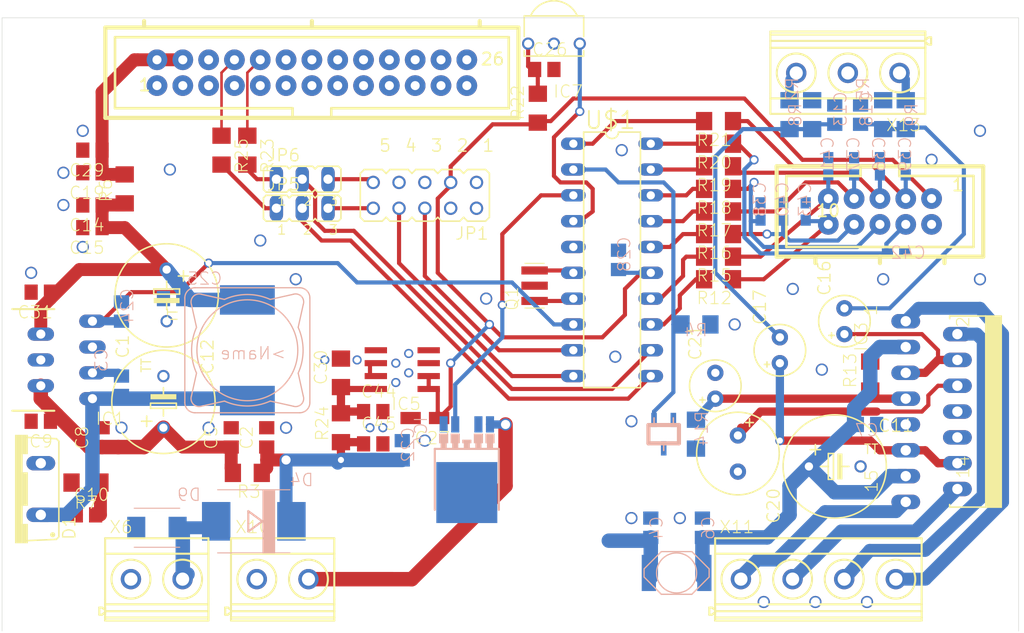
<source format=kicad_pcb>
(kicad_pcb (version 20221018) (generator pcbnew)
  (layers (0 "F.Cu" signal "Top") (31 "B.Cu" signal "Bottom") (34 "B.Paste" user) (35 "F.Paste" user) (36 "B.SilkS" user "B.Silkscreen") (37 "F.SilkS" user "F.Silkscreen") (38 "B.Mask" user) (39 "F.Mask" user) (44 "Edge.Cuts" user))
  (net 0 "")
  (net 1 "GND")
  (net 2 "+12V")
  (net 3 "+5V")
  (net 4 "+3V3")
  (net 5 "VCC")
  (net 6 "Net-(C24-Pad1)")
  (net 7 "Net-(C12-Pad+)")
  (net 8 "Net-(C3-Pad1)")
  (net 9 "Net-(C1-Pad+)")
  (net 10 "Net-(C10-Pad1)")
  (net 11 "Net-(C11-Pad+)")
  (net 12 "Net-(IC3-Pad1)")
  (net 13 "Net-(IC3-Pad2)")
  (net 14 "Net-(IC3-Pad15)")
  (net 15 "Net-(IC3-Pad14)")
  (net 16 "Net-(C16-Pad+)")
  (net 17 "Net-(C20-Pad+)")
  (net 18 "Net-(C21-Pad+)")
  (net 19 "Net-(C17-Pad+)")
  (net 20 "Net-(IC3-Pad10)")
  (net 21 "Net-(D4-PadA)")
  (net 22 "Net-(C13-Pad1)")
  (net 23 "Net-(C16-Pad-)")
  (net 24 "Net-(R8-Pad2)")
  (net 25 "Net-(R9-Pad2)")
  (net 26 "Net-(R4-Pad1)")
  (net 27 "Net-(R14-Pad1)")
  (net 28 "Net-(IC4-Pad5)")
  (net 29 "Net-(IC4-Pad4)")
  (net 30 "Net-(IC4-Pad2)")
  (net 31 "Net-(IC5-Pad5)")
  (net 32 "Net-(IC5-Pad6)")
  (net 33 "Net-(IC5-Pad3)")
  (net 34 "Net-(Q1-Pad3)")
  (net 35 "Net-(Q1-Pad1)")
  (net 36 "Net-(C26-Pad1)")
  (net 37 "Net-(C43-Pad1)")
  (net 38 "Net-(R12-Pad2)")
  (net 39 "Net-(C41-Pad1)")
  (net 40 "Net-(R15-Pad2)")
  (net 41 "Net-(C40-Pad1)")
  (net 42 "Net-(R16-Pad2)")
  (net 43 "Net-(C37-Pad1)")
  (net 44 "Net-(R17-Pad2)")
  (net 45 "Net-(C38-Pad1)")
  (net 46 "Net-(R18-Pad2)")
  (net 47 "Net-(C36-Pad1)")
  (net 48 "Net-(R19-Pad2)")
  (net 49 "Net-(C42-Pad1)")
  (net 50 "Net-(R20-Pad2)")
  (net 51 "Net-(C39-Pad1)")
  (net 52 "Net-(R21-Pad2)")
  (net 53 "Net-(IC7-Pad1)")
  (net 54 "Net-(X1-Pad26)")
  (net 55 "Net-(X1-Pad24)")
  (net 56 "Net-(X1-Pad23)")
  (net 57 "Net-(X1-Pad22)")
  (net 58 "Net-(X1-Pad21)")
  (net 59 "Net-(X1-Pad19)")
  (net 60 "Net-(X1-Pad18)")
  (net 61 "Net-(X1-Pad17)")
  (net 62 "Net-(X1-Pad16)")
  (net 63 "Net-(X1-Pad12)")
  (net 64 "Net-(R23-Pad1)")
  (net 65 "Net-(R25-Pad1)")
  (net 66 "Net-(X1-Pad15)")
  (net 67 "Net-(X1-Pad13)")
  (net 68 "Net-(X1-Pad11)")
  (net 69 "Net-(X1-Pad7)")
  (net 70 "Net-(X1-Pad5)")
  (net 71 "Net-(X1-Pad3)")
  (net 72 "Net-(X1-Pad1)")
  (net 73 "Net-(JP1-Pad10)")
  (net 74 "Net-(JP1-Pad9)")
  (net 75 "Net-(JP1-Pad8)")
  (net 76 "Net-(JP1-Pad7)")
  (net 77 "Net-(JP1-Pad6)")
  (net 78 "Net-(JP1-Pad5)")
  (net 79 "Net-(JP1-Pad4)")
  (net 80 "Net-(JP6-Pad1)")
  (net 81 "Net-(JP5-Pad1)")
  (net 82 "Net-(JP5-Pad2)")
  (net 83 "Net-(JP6-Pad2)")
  (net 84 "Net-(C10-Pad2)")
  (footprint "Internet-Radio mit 89LPC922 DIP:TO220-7" (layer "F.Cu") (at 102.3111 108.4961 90)
    (fp_text reference "IC1")
    (fp_text value "LM2676T")
  )
  (footprint "Internet-Radio mit 89LPC922 DIP:TO220ACS" (layer "F.Cu") (at 99.7711 121.1961 90)
    (fp_text reference "D1")
    (fp_text value "MBR760")
  )
  (footprint "Internet-Radio mit 89LPC922 DIP:TT5D10" (layer "F.Cu") (at 114.3761 112.6236 90)
    (fp_text reference "C1")
    (fp_text value "820µF / 25V Pan FR")
  )
  (footprint "Internet-Radio mit 89LPC922 DIP:C0805" (layer "F.Cu") (at 121.0436 116.1161 90)
    (fp_text reference "C5")
    (fp_text value "1n")
  )
  (footprint "Internet-Radio mit 89LPC922 DIP:TT5D10" (layer "F.Cu") (at 180.4161 118.9736)
    (fp_text reference "C11")
    (fp_text value "820µF / 25V Pan FR")
  )
  (footprint "Internet-Radio mit 89LPC922 DIP:TT5D10" (layer "F.Cu") (at 114.6936 102.1461 -90)
    (fp_text reference "C12")
    (fp_text value "820µF / 25V Pan FR")
  )
  (footprint "Internet-Radio mit 89LPC922 DIP:C0805" (layer "F.Cu") (at 124.5361 116.1161 90)
    (fp_text reference "C2")
    (fp_text value "1n")
  )
  (footprint "Internet-Radio mit 89LPC922 DIP:C0805" (layer "F.Cu") (at 108.3436 116.1161 90)
    (fp_text reference "C8")
    (fp_text value "1µF / 25V")
  )
  (footprint "Internet-Radio mit 89LPC922 DIP:MULTIWATT-15V" (layer "F.Cu") (at 195.0211 113.5761 -90)
    (fp_text reference "IC3")
    (fp_text value "TDA7374BV")
  )
  (footprint "Internet-Radio mit 89LPC922 DIP:MKDSN1,5_2-5,08" (layer "F.Cu") (at 113.7411 130.0861)
    (fp_text reference "X6")
    (fp_text value "MKDSN1,5_2-5,08")
  )
  (footprint "Internet-Radio mit 89LPC922 DIP:R1206" (layer "F.Cu") (at 122.6311 119.6086 180)
    (fp_text reference "R3")
    (fp_text value "BLM31PG 121")
  )
  (footprint "Internet-Radio mit 89LPC922 DIP:E2,5-5" (layer "F.Cu") (at 181.3686 104.6861 90)
    (fp_text reference "C16")
    (fp_text value "47µF / 25V Pan FC")
  )
  (footprint "Internet-Radio mit 89LPC922 DIP:E2,5-5" (layer "F.Cu") (at 175.0186 107.5436 90)
    (fp_text reference "C17")
    (fp_text value "47µF / 25V Pan FC")
  )
  (footprint "Internet-Radio mit 89LPC922 DIP:E3,5-8" (layer "F.Cu") (at 170.8911 117.7036 -90)
    (fp_text reference "C20")
    (fp_text value "150µ / 25V Pan FC")
  )
  (footprint "Internet-Radio mit 89LPC922 DIP:E2,5-5" (layer "F.Cu") (at 168.6686 111.0361 90)
    (fp_text reference "C21")
    (fp_text value "10µ")
  )
  (footprint "Internet-Radio mit 89LPC922 DIP:R1206" (layer "F.Cu") (at 183.9086 110.0836 90)
    (fp_text reference "R13")
    (fp_text value "100k")
  )
  (footprint "Internet-Radio mit 89LPC922 DIP:MKDSN1,5_2-5,08" (layer "F.Cu") (at 126.1236 130.0861)
    (fp_text reference "X10")
    (fp_text value "MKDSN1,5_2-5,08")
  )
  (footprint "Internet-Radio mit 89LPC922 DIP:MKDSN1,5_4-5,08" (layer "F.Cu") (at 178.8286 130.0861)
    (fp_text reference "X11")
    (fp_text value "MKDSN1,5_4-5,08")
  )
  (footprint "Internet-Radio mit 89LPC922 DIP:MKDSN1,5_3-5,08" (layer "F.Cu") (at 179.1461 80.2386 180)
    (fp_text reference "X13")
    (fp_text value "MKDSN1,5_3-5,08")
  )
  (footprint "Internet-Radio mit 89LPC922 DIP:SO-08" (layer "F.Cu") (at 137.8711 109.4486 90)
    (fp_text reference "IC5")
    (fp_text value "LP2951?CM")
  )
  (footprint "Internet-Radio mit 89LPC922 DIP:CSTCR6M" (layer "F.Cu") (at 150.8886 101.1936 90)
    (fp_text reference "Q1")
    (fp_text value "CSTCR")
  )
  (footprint "Internet-Radio mit 89LPC922 DIP:C0805" (layer "F.Cu") (at 151.8411 79.9211)
    (fp_text reference "C26")
    (fp_text value "1µ")
  )
  (footprint "Internet-Radio mit 89LPC922 DIP:CT3216" (layer "F.Cu") (at 140.0936 114.2111 180)
    (fp_text reference "C27")
    (fp_text value "1u / 16V tan")
  )
  (footprint "Internet-Radio mit 89LPC922 DIP:R1206" (layer "F.Cu") (at 168.9861 100.5586 180)
    (fp_text reference "R12")
    (fp_text value "1k")
  )
  (footprint "Internet-Radio mit 89LPC922 DIP:R1206" (layer "F.Cu") (at 168.9861 98.3361 180)
    (fp_text reference "R15")
    (fp_text value "1k")
  )
  (footprint "Internet-Radio mit 89LPC922 DIP:R1206" (layer "F.Cu") (at 168.9861 96.1136 180)
    (fp_text reference "R16")
    (fp_text value "1k")
  )
  (footprint "Internet-Radio mit 89LPC922 DIP:R1206" (layer "F.Cu") (at 168.9861 93.8911 180)
    (fp_text reference "R17")
    (fp_text value "1k")
  )
  (footprint "Internet-Radio mit 89LPC922 DIP:R1206" (layer "F.Cu") (at 168.9861 91.6686 180)
    (fp_text reference "R18")
    (fp_text value "1k")
  )
  (footprint "Internet-Radio mit 89LPC922 DIP:R1206" (layer "F.Cu") (at 168.9861 89.4461 180)
    (fp_text reference "R19")
    (fp_text value "1k")
  )
  (footprint "Internet-Radio mit 89LPC922 DIP:R1206" (layer "F.Cu") (at 168.9861 87.2236 180)
    (fp_text reference "R20")
    (fp_text value "1k")
  )
  (footprint "Internet-Radio mit 89LPC922 DIP:R1206" (layer "F.Cu") (at 168.9861 85.0011 180)
    (fp_text reference "R21")
    (fp_text value "1k")
  )
  (footprint "Internet-Radio mit 89LPC922 DIP:TSOP348" (layer "F.Cu") (at 152.7936 77.3811 180)
    (fp_text reference "IC7")
    (fp_text value "TSOP348")
  )
  (footprint "Internet-Radio mit 89LPC922 DIP:C1206" (layer "F.Cu") (at 131.8386 109.7661 90)
    (fp_text reference "C30")
    (fp_text value "10u / 25V X5R")
  )
  (footprint "Internet-Radio mit 89LPC922 DIP:C0805" (layer "F.Cu") (at 135.0136 113.5761)
    (fp_text reference "C44")
    (fp_text value "1n")
  )
  (footprint "Internet-Radio mit 89LPC922 DIP:C0805" (layer "F.Cu") (at 135.0136 116.7511)
    (fp_text reference "C45")
    (fp_text value "1n")
  )
  (footprint "Internet-Radio mit 89LPC922 DIP:X26N-IDC" (layer "F.Cu") (at 128.9811 80.2386)
    (fp_text reference "X1")
    (fp_text value "Ras Pi")
  )
  (footprint "Internet-Radio mit 89LPC922 DIP:R1206" (layer "F.Cu") (at 131.8386 115.1636 90)
    (fp_text reference "R24")
    (fp_text value "BLM31PG 601")
  )
  (footprint "Internet-Radio mit 89LPC922 DIP:JP5Q" (layer "F.Cu") (at 140.0936 92.3036 180)
    (fp_text reference "JP1")
    (fp_text value "Prog & Exp")
  )
  (footprint "Internet-Radio mit 89LPC922 DIP:R1206" (layer "F.Cu") (at 151.2061 83.7311 90)
    (fp_text reference "R22")
    (fp_text value "330")
  )
  (footprint "Internet-Radio mit 89LPC922 DIP:X10N-IDC" (layer "F.Cu") (at 184.8611 93.8911 180)
    (fp_text reference "X5")
    (fp_text value "Keys")
  )
  (footprint "Internet-Radio mit 89LPC922 DIP:R1206" (layer "F.Cu") (at 122.6311 87.8586 -90)
    (fp_text reference "R23")
    (fp_text value "1k")
  )
  (footprint "Internet-Radio mit 89LPC922 DIP:R1206" (layer "F.Cu") (at 120.0911 87.8586 -90)
    (fp_text reference "R25")
    (fp_text value "1k")
  )
  (footprint "Internet-Radio mit 89LPC922 DIP:JP2" (layer "F.Cu") (at 128.0286 93.5736)
    (fp_text reference "JP5")
    (fp_text value "Pi / Prog")
  )
  (footprint "Internet-Radio mit 89LPC922 DIP:JP2" (layer "F.Cu") (at 128.0286 90.7161)
    (fp_text reference "JP6")
    (fp_text value "Pi / Prog")
  )
  (footprint "Internet-Radio mit 89LPC922 DIP:R1206" (layer "F.Cu") (at 110.5661 91.6686 90)
    (fp_text reference "R6")
    (fp_text value "BLM31PG 121")
  )
  (footprint "Internet-Radio mit 89LPC922 DIP:C0805" (layer "F.Cu") (at 106.7561 123.7361)
    (fp_text reference "C10")
    (fp_text value "470p")
  )
  (footprint "Internet-Radio mit 89LPC922 DIP:R1206" (layer "F.Cu") (at 106.7561 120.5611 180)
    (fp_text reference "R7")
    (fp_text value "4,7")
  )
  (footprint "Internet-Radio mit 89LPC922 DIP:C0805" (layer "F.Cu") (at 107.3911 93.2561 180)
    (fp_text reference "C14")
    (fp_text value "22n")
  )
  (footprint "Internet-Radio mit 89LPC922 DIP:C0805" (layer "F.Cu") (at 107.3911 95.4786 180)
    (fp_text reference "C15")
    (fp_text value "470p")
  )
  (footprint "Internet-Radio mit 89LPC922 DIP:C0805" (layer "F.Cu") (at 107.3911 90.0811 180)
    (fp_text reference "C19")
    (fp_text value "470p")
  )
  (footprint "Internet-Radio mit 89LPC922 DIP:C0805" (layer "F.Cu") (at 107.3911 87.8586 180)
    (fp_text reference "C29")
    (fp_text value "22n")
  )
  (footprint "Internet-Radio mit 89LPC922 DIP:C0805" (layer "F.Cu") (at 102.3111 114.5286 180)
    (fp_text reference "C9")
    (fp_text value "22n")
  )
  (footprint "Internet-Radio mit 89LPC922 DIP:C0805" (layer "F.Cu") (at 102.3111 101.8286 180)
    (fp_text reference "C31")
    (fp_text value "22n")
  )
  (footprint "Internet-Radio mit 89LPC922 DIP:DIL20" (layer "F.Cu") (at 158.5086 98.6536 -90)
    (fp_text reference "U$1")
    (fp_text value "P89LPC922")
  )
  (footprint "" (layer "F.Cu") (at 103.2636 79.6036)
    (fp_text reference "@HOLE1" hide)
    (fp_text value "")
  )
  (footprint "" (layer "F.Cu") (at 193.7511 130.4036)
    (fp_text reference "@HOLE3" hide)
    (fp_text value "")
  )
  (footprint "" (layer "F.Cu") (at 103.2636 130.4036)
    (fp_text reference "@HOLE0" hide)
    (fp_text value "")
  )
  (footprint "" (layer "F.Cu") (at 195.6561 79.6036)
    (fp_text reference "@HOLE2" hide)
    (fp_text value "")
  )
  (footprint "Internet-Radio mit 89LPC922 DIP:PIS4728" (layer "B.Cu") (at 122.6311 107.5436)
    (fp_text reference "L1" hide)
    (fp_text value "33µ / 3A" hide)
  )
  (footprint "Internet-Radio mit 89LPC922 DIP:C0805" (layer "B.Cu") (at 110.2486 111.0361 -90)
    (fp_text reference "C3")
    (fp_text value "10n")
  )
  (footprint "Internet-Radio mit 89LPC922 DIP:C0805" (layer "B.Cu") (at 162.3186 125.0061 90)
    (fp_text reference "C4")
    (fp_text value "2,2µF / 25V")
  )
  (footprint "Internet-Radio mit 89LPC922 DIP:C0805" (layer "B.Cu") (at 167.3986 125.0061 90)
    (fp_text reference "C6")
    (fp_text value "2,2µF / 25V")
  )
  (footprint "Internet-Radio mit 89LPC922 DIP:C0805" (layer "B.Cu") (at 183.5911 114.8461)
    (fp_text reference "C7")
    (fp_text value "1µF / 25V")
  )
  (footprint "Internet-Radio mit 89LPC922 DIP:SMBJ" (layer "B.Cu") (at 113.7411 125.0061 180)
    (fp_text reference "D9")
    (fp_text value "18V")
  )
  (footprint "Internet-Radio mit 89LPC922 DIP:SMC" (layer "B.Cu") (at 123.2661 124.3711 180)
    (fp_text reference "D4")
    (fp_text value "MBRS360T3")
  )
  (footprint "Internet-Radio mit 89LPC922 DIP:PISG" (layer "B.Cu") (at 164.8586 129.4511)
    (fp_text reference "L2" hide)
    (fp_text value "L-EUPISG 2,2µH" hide)
  )
  (footprint "Internet-Radio mit 89LPC922 DIP:R1206" (layer "B.Cu") (at 178.1936 84.3661 -90)
    (fp_text reference "R2")
    (fp_text value "1,8k")
  )
  (footprint "Internet-Radio mit 89LPC922 DIP:R1206" (layer "B.Cu") (at 185.1786 84.3661 -90)
    (fp_text reference "R5")
    (fp_text value "1,8k")
  )
  (footprint "Internet-Radio mit 89LPC922 DIP:R1206" (layer "B.Cu") (at 175.9711 84.3661 90)
    (fp_text reference "R8")
    (fp_text value "4,7k")
  )
  (footprint "Internet-Radio mit 89LPC922 DIP:R1206" (layer "B.Cu") (at 187.4011 84.3661 90)
    (fp_text reference "R9")
    (fp_text value "4,7k")
  )
  (footprint "Internet-Radio mit 89LPC922 DIP:C0805" (layer "B.Cu") (at 180.4161 84.3661 90)
    (fp_text reference "C13")
    (fp_text value "1n")
  )
  (footprint "Internet-Radio mit 89LPC922 DIP:C0805" (layer "B.Cu") (at 182.9561 84.3661 90)
    (fp_text reference "C18")
    (fp_text value "1n")
  )
  (footprint "Internet-Radio mit 89LPC922 DIP:SOT23" (layer "B.Cu") (at 163.5886 115.7986 180)
    (fp_text reference "T1")
    (fp_text value "BSS138")
  )
  (footprint "Internet-Radio mit 89LPC922 DIP:R1206" (layer "B.Cu") (at 166.7636 105.0036)
    (fp_text reference "R4")
    (fp_text value "47k")
  )
  (footprint "Internet-Radio mit 89LPC922 DIP:R1206" (layer "B.Cu") (at 166.7636 115.7986 90)
    (fp_text reference "R14")
    (fp_text value "1k")
  )
  (footprint "Internet-Radio mit 89LPC922 DIP:TO252-5-11" (layer "B.Cu") (at 144.2211 120.2436)
    (fp_text reference "IC4")
    (fp_text value "BTS462")
  )
  (footprint "Internet-Radio mit 89LPC922 DIP:C0805" (layer "B.Cu") (at 137.8711 117.3861 90)
    (fp_text reference "C22")
    (fp_text value "1µF / 25V")
  )
  (footprint "Internet-Radio mit 89LPC922 DIP:C0805" (layer "B.Cu") (at 110.2486 103.7336 90)
    (fp_text reference "C24")
    (fp_text value "1n")
  )
  (footprint "Internet-Radio mit 89LPC922 DIP:C0805" (layer "B.Cu") (at 159.1436 98.6536 90)
    (fp_text reference "C28")
    (fp_text value "1µF")
  )
  (footprint "Internet-Radio mit 89LPC922 DIP:C0603" (layer "B.Cu") (at 184.8611 89.4461 90)
    (fp_text reference "C36")
    (fp_text value "1n")
  )
  (footprint "Internet-Radio mit 89LPC922 DIP:C0603" (layer "B.Cu") (at 182.3211 89.4461 90)
    (fp_text reference "C37")
    (fp_text value "1n")
  )
  (footprint "Internet-Radio mit 89LPC922 DIP:C0603" (layer "B.Cu") (at 173.1136 93.8911 90)
    (fp_text reference "C38")
    (fp_text value "1n")
  )
  (footprint "Internet-Radio mit 89LPC922 DIP:C0603" (layer "B.Cu") (at 187.4011 89.4461 90)
    (fp_text reference "C39")
    (fp_text value "1n")
  )
  (footprint "Internet-Radio mit 89LPC922 DIP:C0603" (layer "B.Cu") (at 175.3361 93.8911 90)
    (fp_text reference "C40")
    (fp_text value "1n")
  )
  (footprint "Internet-Radio mit 89LPC922 DIP:C0603" (layer "B.Cu") (at 179.7811 89.4461 90)
    (fp_text reference "C41")
    (fp_text value "1n")
  )
  (footprint "Internet-Radio mit 89LPC922 DIP:C0603" (layer "B.Cu") (at 186.4486 98.0186)
    (fp_text reference "C42")
    (fp_text value "1n")
  )
  (footprint "Internet-Radio mit 89LPC922 DIP:C0603" (layer "B.Cu") (at 177.5586 93.8911 90)
    (fp_text reference "C43")
    (fp_text value "1n")
  )
  (footprint "Internet-Radio mit 89LPC922 DIP:C0805" (layer "B.Cu") (at 115.3286 102.4636 180)
    (fp_text reference "C25")
    (fp_text value "1µF / 25V")
  )
  (gr_line (start 198.5011 74.8411) (end 98.5011 74.8411) (stroke (width 0.05)) (layer "Edge.Cuts"))
  (gr_line (start 98.5011 74.8411) (end 98.5011 135.1661) (stroke (width 0.05)) (layer "Edge.Cuts"))
  (gr_line (start 198.5011 135.1661) (end 198.5011 74.8411) (stroke (width 0.05)) (layer "Edge.Cuts"))
  (via (at 146.1261 102.4636) (size 1.2) (drill 0.9) (layers "F.Cu" "B.Cu") (net 1))
  (via (at 165.1761 124.0536) (size 1.2) (drill 0.9) (layers "F.Cu" "B.Cu") (net 1))
  (via (at 178.5111 132.3086) (size 1.2) (drill 0.9) (layers "F.Cu" "B.Cu") (net 1))
  (via (at 160.4136 124.0536) (size 1.2) (drill 0.9) (layers "F.Cu" "B.Cu") (net 1))
  (via (at 173.4311 132.3086) (size 1.2) (drill 0.9) (layers "F.Cu" "B.Cu") (net 1))
  (via (at 194.7036 100.5586) (size 1.2) (drill 0.9) (layers "F.Cu" "B.Cu") (net 1))
  (via (at 194.7036 85.9536) (size 1.2) (drill 0.9) (layers "F.Cu" "B.Cu") (net 1))
  (via (at 160.4136 114.5286) (size 1.2) (drill 0.9) (layers "F.Cu" "B.Cu") (net 1))
  (via (at 115.0111 89.7636) (size 1.2) (drill 0.9) (layers "F.Cu" "B.Cu") (net 1))
  (via (at 138.5061 107.8611) (size 0.9) (drill 0.6) (layers "F.Cu" "B.Cu") (net 1))
  (via (at 126.4411 115.1636) (size 1.2) (drill 0.9) (layers "F.Cu" "B.Cu") (net 1))
  (via (at 137.2361 110.7186) (size 0.9) (drill 0.6) (layers "F.Cu" "B.Cu") (net 1))
  (via (at 138.5061 109.7661) (size 0.9) (drill 0.6) (layers "F.Cu" "B.Cu") (net 1))
  (via (at 118.8211 115.1636) (size 1.2) (drill 0.9) (layers "F.Cu" "B.Cu") (net 1))
  (via (at 134.6961 115.1636) (size 0.9) (drill 0.6) (layers "F.Cu" "B.Cu") (net 1))
  (via (at 135.9661 115.1636) (size 0.9) (drill 0.6) (layers "F.Cu" "B.Cu") (net 1))
  (via (at 176.2886 101.5111) (size 1.2) (drill 0.9) (layers "F.Cu" "B.Cu") (net 1))
  (via (at 127.3936 100.5586) (size 1.2) (drill 0.9) (layers "F.Cu" "B.Cu") (net 1))
  (via (at 170.5736 105.0036) (size 1.2) (drill 0.9) (layers "F.Cu" "B.Cu") (net 1))
  (via (at 140.0936 116.4336) (size 1.2) (drill 0.9) (layers "F.Cu" "B.Cu") (net 1))
  (via (at 130.2511 108.4961) (size 0.9) (drill 0.6) (layers "F.Cu" "B.Cu") (net 1))
  (via (at 133.4261 108.4961) (size 0.9) (drill 0.6) (layers "F.Cu" "B.Cu") (net 1))
  (via (at 185.1786 100.5586) (size 1.2) (drill 0.9) (layers "F.Cu" "B.Cu") (net 1))
  (via (at 189.9411 88.8111) (size 1.2) (drill 0.9) (layers "F.Cu" "B.Cu") (net 1))
  (via (at 137.2361 108.8136) (size 0.9) (drill 0.6) (layers "F.Cu" "B.Cu") (net 1))
  (via (at 179.1461 109.4486) (size 1.2) (drill 0.9) (layers "F.Cu" "B.Cu") (net 1))
  (via (at 183.5911 132.3086) (size 1.2) (drill 0.9) (layers "F.Cu" "B.Cu") (net 1))
  (via (at 123.9011 96.7486) (size 1.2) (drill 0.9) (layers "F.Cu" "B.Cu") (net 1))
  (via (at 106.4386 97.3836) (size 1.2) (drill 0.9) (layers "F.Cu" "B.Cu") (net 1))
  (via (at 104.5336 93.2561) (size 1.2) (drill 0.9) (layers "F.Cu" "B.Cu") (net 1))
  (via (at 104.5336 90.0811) (size 1.2) (drill 0.9) (layers "F.Cu" "B.Cu") (net 1))
  (via (at 101.3586 99.9236) (size 1.2) (drill 0.9) (layers "F.Cu" "B.Cu") (net 1))
  (via (at 158.8261 108.1786) (size 1.2) (drill 0.9) (layers "F.Cu" "B.Cu") (net 1))
  (via (at 159.4611 87.8586) (size 1.2) (drill 0.9) (layers "F.Cu" "B.Cu") (net 1))
  (via (at 106.4386 85.9536) (size 1.2) (drill 0.9) (layers "F.Cu" "B.Cu") (net 1))
  (via (at 110.2486 115.1636) (size 1.2) (drill 0.9) (layers "F.Cu" "B.Cu") (net 1))
  (segment (start 131.8386 116.5856) (end 131.8386 118.3386) (width 0.8128) (layer "F.Cu") (net 2))
  (segment (start 134.0636 116.7511) (end 133.8981 116.5856) (width 0.8128) (layer "F.Cu") (net 2))
  (segment (start 124.0531 119.6086) (end 124.5361 119.1256) (width 1.27) (layer "F.Cu") (net 2))
  (segment (start 126.4411 118.3386) (end 124.5361 118.3386) (width 1.27) (layer "F.Cu") (net 2))
  (segment (start 124.5361 119.1256) (end 124.5361 118.3386) (width 1.27) (layer "F.Cu") (net 2))
  (segment (start 124.5361 118.3386) (end 124.5361 117.0661) (width 1.27) (layer "F.Cu") (net 2))
  (segment (start 133.8981 116.5856) (end 131.8386 116.5856) (width 0.8128) (layer "F.Cu") (net 2))
  (segment (start 131.8386 118.3386) (end 131.8411 118.3361) (width 0.8128) (layer "F.Cu") (net 2))
  (via (at 126.4411 118.3386) (size 1.2) (drill 0.9) (layers "F.Cu" "B.Cu") (net 2))
  (via (at 131.8386 118.3386) (size 0.9) (drill 0.6) (layers "F.Cu" "B.Cu") (net 2))
  (segment (start 162.3186 129.8961) (end 162.3186 125.9561) (width 1.4224) (layer "B.Cu") (net 2))
  (segment (start 131.2036 118.3386) (end 126.4411 118.3386) (width 1.27) (layer "B.Cu") (net 2))
  (segment (start 162.1286 129.4511) (end 162.3186 129.8961) (width 0.8128) (layer "B.Cu") (net 2))
  (segment (start 131.5211 118.6561) (end 131.2036 118.3386) (width 1.27) (layer "B.Cu") (net 2))
  (segment (start 162.3186 125.9561) (end 161.9986 126.2761) (width 0.8128) (layer "B.Cu") (net 2))
  (segment (start 131.8386 118.3386) (end 131.5211 118.6561) (width 0.8128) (layer "B.Cu") (net 2))
  (segment (start 131.8411 118.3361) (end 131.8386 118.3386) (width 0.8128) (layer "B.Cu") (net 2))
  (segment (start 137.8711 118.3361) (end 131.8411 118.3361) (width 1.4224) (layer "B.Cu") (net 2))
  (segment (start 126.4411 123.8461) (end 126.4411 118.3386) (width 1.27) (layer "B.Cu") (net 2))
  (segment (start 126.9661 124.3711) (end 126.4411 123.8461) (width 1.27) (layer "B.Cu") (net 2))
  (segment (start 161.9986 126.2761) (end 158.1911 126.2761) (width 1.4224) (layer "B.Cu") (net 2))
  (segment (start 111.5186 78.9686) (end 111.8361 78.9686) (width 1.27) (layer "F.Cu") (net 3))
  (segment (start 113.7411 78.9686) (end 111.8361 78.9686) (width 1.27) (layer "F.Cu") (net 3))
  (segment (start 116.2811 78.9686) (end 113.7411 78.9686) (width 1.27) (layer "F.Cu") (net 3))
  (segment (start 108.3411 82.1461) (end 111.5186 78.9686) (width 1.27) (layer "F.Cu") (net 3))
  (segment (start 108.3411 87.8586) (end 108.3411 82.1461) (width 1.27) (layer "F.Cu") (net 3))
  (segment (start 108.5066 90.2466) (end 108.3411 90.0811) (width 1.27) (layer "F.Cu") (net 3))
  (segment (start 108.3411 90.0811) (end 108.3411 87.8586) (width 1.27) (layer "F.Cu") (net 3))
  (segment (start 110.5661 90.2466) (end 108.5066 90.2466) (width 1.27) (layer "F.Cu") (net 3))
  (segment (start 189.9411 92.6211) (end 186.1311 88.8111) (width 0.4064) (layer "F.Cu") (net 4))
  (segment (start 140.4711 111.3536) (end 141.3636 111.3536) (width 0.4064) (layer "F.Cu") (net 4))
  (segment (start 140.4711 110.0836) (end 140.4711 111.3536) (width 0.4064) (layer "F.Cu") (net 4))
  (segment (start 141.3636 111.3536) (end 141.3636 113.5761) (width 0.4064) (layer "F.Cu") (net 4))
  (segment (start 141.3636 113.5761) (end 141.4936 114.2111) (width 0.4064) (layer "F.Cu") (net 4))
  (segment (start 141.4936 114.2111) (end 141.6811 114.2111) (width 0.4064) (layer "F.Cu") (net 4))
  (segment (start 186.1311 88.8111) (end 177.2411 88.8111) (width 0.4064) (layer "F.Cu") (net 4))
  (segment (start 177.2411 88.8111) (end 171.5261 82.7786) (width 0.4064) (layer "F.Cu") (net 4))
  (segment (start 159.7786 101.5111) (end 161.3661 99.9236) (width 0.4064) (layer "F.Cu") (net 4))
  (segment (start 151.3581 85.0011) (end 151.2061 85.1531) (width 0.4064) (layer "F.Cu") (net 4))
  (segment (start 142.6336 91.0336) (end 142.6336 89.4461) (width 0.4064) (layer "F.Cu") (net 4))
  (segment (start 142.6336 91.0336) (end 142.6336 91.3511) (width 0.4064) (layer "F.Cu") (net 4))
  (segment (start 151.0406 85.3186) (end 151.2061 85.1531) (width 0.4064) (layer "F.Cu") (net 4))
  (segment (start 159.7786 104.0511) (end 159.7786 101.5111) (width 0.4064) (layer "F.Cu") (net 4))
  (segment (start 161.3661 99.9236) (end 162.3186 99.9236) (width 0.4064) (layer "F.Cu") (net 4))
  (segment (start 154.6986 82.7786) (end 152.4761 85.0011) (width 0.4064) (layer "F.Cu") (net 4))
  (segment (start 141.3636 92.6211) (end 141.3636 99.9236) (width 0.4064) (layer "F.Cu") (net 4))
  (segment (start 142.6336 113.0711) (end 141.4936 114.2111) (width 0.4064) (layer "F.Cu") (net 4))
  (segment (start 147.7136 106.2736) (end 157.5561 106.2736) (width 0.4064) (layer "F.Cu") (net 4))
  (segment (start 146.7611 85.3186) (end 151.0406 85.3186) (width 0.4064) (layer "F.Cu") (net 4))
  (segment (start 142.6336 91.3511) (end 141.3636 92.6211) (width 0.4064) (layer "F.Cu") (net 4))
  (segment (start 171.5261 82.7786) (end 154.6986 82.7786) (width 0.4064) (layer "F.Cu") (net 4))
  (segment (start 141.3636 99.9236) (end 146.4436 105.0036) (width 0.4064) (layer "F.Cu") (net 4))
  (segment (start 152.4761 85.0011) (end 151.3581 85.0011) (width 0.4064) (layer "F.Cu") (net 4))
  (segment (start 157.5561 106.2736) (end 159.7786 104.0511) (width 0.4064) (layer "F.Cu") (net 4))
  (segment (start 146.4436 105.0036) (end 147.7136 106.2736) (width 0.4064) (layer "F.Cu") (net 4))
  (segment (start 142.6336 108.8136) (end 142.6336 113.0711) (width 0.4064) (layer "F.Cu") (net 4))
  (segment (start 142.6336 89.4461) (end 146.7611 85.3186) (width 0.4064) (layer "F.Cu") (net 4))
  (via (at 146.4436 105.0036) (size 0.9) (drill 0.6) (layers "F.Cu" "B.Cu") (net 4))
  (via (at 142.6336 108.8136) (size 0.9) (drill 0.6) (layers "F.Cu" "B.Cu") (net 4))
  (segment (start 146.4436 105.0036) (end 142.6336 108.8136) (width 0.4064) (layer "B.Cu") (net 4))
  (segment (start 162.3186 99.9236) (end 159.4636 99.9236) (width 0.4064) (layer "B.Cu") (net 4))
  (segment (start 159.4636 99.9236) (end 159.1436 99.6036) (width 0.4064) (layer "B.Cu") (net 4))
  (segment (start 132.0041 113.5761) (end 134.0636 113.5761) (width 0.8128) (layer "F.Cu") (net 5))
  (segment (start 131.8386 111.1661) (end 131.8386 113.7416) (width 0.8128) (layer "F.Cu") (net 5))
  (segment (start 131.8386 113.7416) (end 132.0041 113.5761) (width 0.8128) (layer "F.Cu") (net 5))
  (segment (start 131.9686 111.1661) (end 131.8386 111.1661) (width 0.6096) (layer "F.Cu") (net 5))
  (segment (start 132.1561 111.3536) (end 131.9686 111.1661) (width 0.6096) (layer "F.Cu") (net 5))
  (segment (start 135.2711 111.3536) (end 132.1561 111.3536) (width 0.6096) (layer "F.Cu") (net 5))
  (segment (start 115.9636 101.8286) (end 111.2011 101.8286) (width 0.4064) (layer "F.Cu") (net 6))
  (segment (start 108.3436 104.6861) (end 107.3911 104.6861) (width 0.4064) (layer "F.Cu") (net 6))
  (segment (start 111.2011 101.8286) (end 108.3436 104.6861) (width 0.4064) (layer "F.Cu") (net 6))
  (segment (start 118.8211 98.9711) (end 115.9636 101.8286) (width 0.4064) (layer "F.Cu") (net 6))
  (via (at 118.8211 98.9711) (size 0.9) (drill 0.6) (layers "F.Cu" "B.Cu") (net 6))
  (segment (start 152.7936 105.0036) (end 154.6986 105.0036) (width 0.4064) (layer "B.Cu") (net 6))
  (segment (start 109.9286 104.6861) (end 107.3911 104.6861) (width 0.8128) (layer "B.Cu") (net 6))
  (segment (start 110.2486 104.6836) (end 109.9286 104.6861) (width 0.8128) (layer "B.Cu") (net 6))
  (segment (start 133.4261 100.8761) (end 131.5211 98.9711) (width 0.4064) (layer "B.Cu") (net 6))
  (segment (start 148.6661 100.8761) (end 152.7936 105.0036) (width 0.4064) (layer "B.Cu") (net 6))
  (segment (start 131.5211 98.9711) (end 118.8211 98.9711) (width 0.4064) (layer "B.Cu") (net 6))
  (segment (start 133.4261 100.8761) (end 148.6661 100.8761) (width 0.4064) (layer "B.Cu") (net 6))
  (segment (start 114.6936 99.6061) (end 106.1211 99.6061) (width 1.27) (layer "F.Cu") (net 7))
  (segment (start 106.1211 99.6061) (end 103.2611 102.4661) (width 1.27) (layer "F.Cu") (net 7))
  (segment (start 102.3111 103.4161) (end 102.3111 105.9561) (width 1.27) (layer "F.Cu") (net 7))
  (segment (start 108.3411 95.4786) (end 110.5661 95.4786) (width 1.27) (layer "F.Cu") (net 7))
  (segment (start 110.5661 95.4786) (end 114.6936 99.6061) (width 1.27) (layer "F.Cu") (net 7))
  (segment (start 108.3411 95.4786) (end 108.3411 93.2561) (width 1.27) (layer "F.Cu") (net 7))
  (segment (start 108.3411 93.2561) (end 110.4006 93.2561) (width 1.27) (layer "F.Cu") (net 7))
  (segment (start 110.4006 93.2561) (end 110.5661 93.0906) (width 1.27) (layer "F.Cu") (net 7))
  (segment (start 103.2611 101.8286) (end 103.2611 102.4661) (width 1.27) (layer "F.Cu") (net 7))
  (segment (start 103.2611 102.4661) (end 102.3111 103.4161) (width 1.27) (layer "F.Cu") (net 7))
  (segment (start 122.6311 102.5936) (end 117.0461 102.5936) (width 1.4224) (layer "B.Cu") (net 7))
  (segment (start 116.690112 102.141522) (end 114.6936 99.6061) (width 1.4224) (layer "B.Cu") (net 7))
  (segment (start 116.600678 102.141522) (end 116.690112 102.141522) (width 0.8128) (layer "B.Cu") (net 7))
  (segment (start 117.0461 102.5936) (end 116.690112 102.141522) (width 1.4224) (layer "B.Cu") (net 7))
  (segment (start 109.9311 109.7686) (end 109.9311 109.7661) (width 0.4064) (layer "B.Cu") (net 8))
  (segment (start 107.3911 109.7661) (end 109.9311 109.7661) (width 0.8128) (layer "B.Cu") (net 8))
  (segment (start 110.2486 110.0861) (end 109.9311 109.7686) (width 0.8128) (layer "B.Cu") (net 8))
  (segment (start 121.0436 117.0661) (end 121.0411 117.0686) (width 1.27) (layer "F.Cu") (net 9))
  (segment (start 116.2811 117.0686) (end 114.3761 115.1636) (width 1.27) (layer "F.Cu") (net 9))
  (segment (start 121.0411 117.0686) (end 116.2811 117.0686) (width 1.27) (layer "F.Cu") (net 9))
  (segment (start 121.0436 119.1391) (end 121.0436 117.0661) (width 1.27) (layer "F.Cu") (net 9))
  (segment (start 103.2611 114.5286) (end 103.2636 114.5286) (width 1.27) (layer "F.Cu") (net 9))
  (segment (start 103.2636 114.5286) (end 103.8986 113.8936) (width 1.27) (layer "F.Cu") (net 9))
  (segment (start 102.3111 112.3061) (end 103.8986 113.8936) (width 1.4224) (layer "F.Cu") (net 9))
  (segment (start 102.3111 111.0361) (end 102.3111 112.3061) (width 1.4224) (layer "F.Cu") (net 9))
  (segment (start 109.9336 117.0686) (end 112.4711 117.0686) (width 1.4224) (layer "F.Cu") (net 9))
  (segment (start 103.8986 113.8936) (end 107.0711 117.0661) (width 1.4224) (layer "F.Cu") (net 9))
  (segment (start 108.3436 117.0661) (end 109.9336 117.0686) (width 1.4224) (layer "F.Cu") (net 9))
  (segment (start 121.2091 119.6086) (end 121.0436 119.1391) (width 1.27) (layer "F.Cu") (net 9))
  (segment (start 107.0711 117.0661) (end 108.3436 117.0661) (width 1.4224) (layer "F.Cu") (net 9))
  (segment (start 112.4711 117.0686) (end 114.3761 115.1636) (width 1.4224) (layer "F.Cu") (net 9))
  (segment (start 105.8061 123.7361) (end 102.3111 123.7361) (width 1.27) (layer "F.Cu") (net 10))
  (segment (start 104.8511 123.7361) (end 107.3911 121.1961) (width 1.4224) (layer "B.Cu") (net 10))
  (segment (start 102.3111 123.7361) (end 104.8511 123.7361) (width 1.4224) (layer "B.Cu") (net 10))
  (segment (start 107.3911 121.1961) (end 107.3911 112.3061) (width 1.4224) (layer "B.Cu") (net 10))
  (segment (start 122.6311 112.4936) (end 122.5011 112.3061) (width 1.4224) (layer "B.Cu") (net 10))
  (segment (start 122.5011 112.3061) (end 107.3911 112.3061) (width 1.4224) (layer "B.Cu") (net 10))
  (segment (start 110.2486 111.9861) (end 109.9286 112.3061) (width 0.8128) (layer "B.Cu") (net 10))
  (segment (start 109.9286 112.3061) (end 107.3911 112.3061) (width 0.8128) (layer "B.Cu") (net 10))
  (segment (start 183.9086 107.8611) (end 184.5436 107.2261) (width 0.8128) (layer "F.Cu") (net 11))
  (segment (start 183.9086 108.6616) (end 183.9086 107.8611) (width 0.8128) (layer "F.Cu") (net 11))
  (segment (start 184.5436 107.2261) (end 187.4011 107.2261) (width 0.8128) (layer "F.Cu") (net 11))
  (segment (start 173.7511 125.9561) (end 167.3986 125.9561) (width 1.4224) (layer "B.Cu") (net 11))
  (segment (start 182.3211 114.8461) (end 177.8761 118.9736) (width 1.4224) (layer "B.Cu") (net 11))
  (segment (start 184.2261 121.5136) (end 180.4161 121.5136) (width 1.4224) (layer "B.Cu") (net 11))
  (segment (start 175.9711 120.8786) (end 175.9711 123.7361) (width 1.4224) (layer "B.Cu") (net 11))
  (segment (start 167.5886 129.4511) (end 167.3986 129.8961) (width 0.8128) (layer "B.Cu") (net 11))
  (segment (start 175.9711 123.7361) (end 173.7511 125.9561) (width 1.4224) (layer "B.Cu") (net 11))
  (segment (start 167.3986 129.8961) (end 167.3986 125.9561) (width 1.4224) (layer "B.Cu") (net 11))
  (segment (start 180.4161 121.5136) (end 177.8761 118.9736) (width 1.4224) (layer "B.Cu") (net 11))
  (segment (start 183.9086 111.6711) (end 182.3211 113.2586) (width 1.4224) (layer "B.Cu") (net 11))
  (segment (start 182.3211 113.2586) (end 182.3211 114.8461) (width 1.4224) (layer "B.Cu") (net 11))
  (segment (start 183.9086 108.1786) (end 183.9086 111.6711) (width 1.4224) (layer "B.Cu") (net 11))
  (segment (start 187.4011 119.9261) (end 185.8136 119.9261) (width 1.4224) (layer "B.Cu") (net 11))
  (segment (start 177.8761 118.9736) (end 175.9711 120.8786) (width 1.4224) (layer "B.Cu") (net 11))
  (segment (start 185.8136 119.9261) (end 184.2261 121.5136) (width 1.4224) (layer "B.Cu") (net 11))
  (segment (start 184.8611 107.2261) (end 183.9086 108.1786) (width 1.4224) (layer "B.Cu") (net 11))
  (segment (start 182.6411 114.8461) (end 182.3211 114.8461) (width 0.8128) (layer "B.Cu") (net 11))
  (segment (start 187.4011 107.2261) (end 184.8611 107.2261) (width 1.4224) (layer "B.Cu") (net 11))
  (segment (start 187.4011 104.6861) (end 188.6711 103.4161) (width 1.27) (layer "B.Cu") (net 12))
  (segment (start 188.6711 103.4161) (end 194.7036 103.4161) (width 1.27) (layer "B.Cu") (net 12))
  (segment (start 196.9261 105.9561) (end 196.9261 122.4661) (width 1.27) (layer "B.Cu") (net 12))
  (segment (start 196.9261 122.4661) (end 189.3311 130.0611) (width 1.27) (layer "B.Cu") (net 12))
  (segment (start 194.7036 103.4161) (end 196.9261 105.9561) (width 1.27) (layer "B.Cu") (net 12))
  (segment (start 189.3311 130.0611) (end 186.4275 130.0611) (width 1.27) (layer "B.Cu") (net 12))
  (segment (start 195.0211 121.8311) (end 189.3061 127.2286) (width 1.27) (layer "B.Cu") (net 13))
  (segment (start 192.4811 105.9561) (end 194.3861 105.9561) (width 1.27) (layer "B.Cu") (net 13))
  (segment (start 194.3861 105.9561) (end 195.0211 106.5911) (width 1.27) (layer "B.Cu") (net 13))
  (segment (start 195.0211 106.5911) (end 195.0211 121.8311) (width 1.27) (layer "B.Cu") (net 13))
  (segment (start 189.3061 127.2286) (end 183.8625 127.2286) (width 1.27) (layer "B.Cu") (net 13))
  (segment (start 181.3475 130.0611) (end 183.8625 127.2286) (width 1.27) (layer "B.Cu") (net 13))
  (segment (start 171.2086 130.0822) (end 171.2086 130.0861) (width 1.27) (layer "B.Cu") (net 14))
  (segment (start 174.7011 128.1811) (end 172.7961 128.1811) (width 1.27) (layer "B.Cu") (net 14))
  (segment (start 187.4011 122.4661) (end 186.4486 123.4186) (width 1.27) (layer "B.Cu") (net 14))
  (segment (start 186.4486 123.4186) (end 179.4636 123.4186) (width 1.27) (layer "B.Cu") (net 14))
  (segment (start 172.7961 128.1811) (end 171.2086 129.7686) (width 1.27) (layer "B.Cu") (net 14))
  (segment (start 171.2086 129.7686) (end 171.2086 130.0822) (width 1.27) (layer "B.Cu") (net 14))
  (segment (start 171.1875 130.0611) (end 171.2086 130.0822) (width 1.27) (layer "B.Cu") (net 14))
  (segment (start 179.4636 123.4186) (end 174.7011 128.1811) (width 1.27) (layer "B.Cu") (net 14))
  (segment (start 176.2886 130.04) (end 178.5111 127.8636) (width 1.27) (layer "B.Cu") (net 15))
  (segment (start 181.0511 125.3236) (end 188.3536 125.3236) (width 1.27) (layer "B.Cu") (net 15))
  (segment (start 176.2675 130.0611) (end 176.2886 130.04) (width 1.27) (layer "B.Cu") (net 15))
  (segment (start 178.5111 127.8636) (end 181.0511 125.3236) (width 1.27) (layer "B.Cu") (net 15))
  (segment (start 188.3536 125.3236) (end 192.4811 121.1961) (width 1.27) (layer "B.Cu") (net 15))
  (segment (start 190.5761 107.5436) (end 190.5761 108.4961) (width 0.4064) (layer "F.Cu") (net 16))
  (segment (start 189.3061 109.7661) (end 190.5761 108.4961) (width 0.8128) (layer "F.Cu") (net 16))
  (segment (start 181.3686 105.9561) (end 188.9886 105.9561) (width 0.4064) (layer "F.Cu") (net 16))
  (segment (start 188.9886 105.9561) (end 190.5761 107.5436) (width 0.4064) (layer "F.Cu") (net 16))
  (segment (start 187.4011 109.7661) (end 189.3061 109.7661) (width 0.8128) (layer "F.Cu") (net 16))
  (segment (start 190.5761 108.4961) (end 192.4811 108.4961) (width 0.8128) (layer "F.Cu") (net 16))
  (segment (start 171.2086 115.1636) (end 170.8911 115.9256) (width 0.8128) (layer "F.Cu") (net 17))
  (segment (start 190.5761 111.0361) (end 189.6236 111.9886) (width 0.4064) (layer "F.Cu") (net 17))
  (segment (start 189.6236 111.9886) (end 189.6236 112.9411) (width 0.4064) (layer "F.Cu") (net 17))
  (segment (start 189.6236 112.9411) (end 188.9886 113.5761) (width 0.4064) (layer "F.Cu") (net 17))
  (segment (start 173.1136 113.5761) (end 170.8911 115.9256) (width 0.8128) (layer "F.Cu") (net 17))
  (segment (start 188.9886 113.5761) (end 184.5436 113.5761) (width 0.4064) (layer "F.Cu") (net 17))
  (segment (start 184.5436 113.5761) (end 173.1136 113.5761) (width 0.8128) (layer "F.Cu") (net 17))
  (segment (start 192.4811 111.0361) (end 190.5761 111.0361) (width 0.4064) (layer "F.Cu") (net 17))
  (segment (start 168.6686 112.3061) (end 183.9086 112.3061) (width 0.8128) (layer "F.Cu") (net 18))
  (segment (start 183.9086 112.3061) (end 183.9086 111.5056) (width 0.8128) (layer "F.Cu") (net 18))
  (segment (start 187.4011 112.3061) (end 183.9086 112.3061) (width 0.8128) (layer "F.Cu") (net 18))
  (segment (start 168.6686 112.3061) (end 166.7636 114.3766) (width 0.8128) (layer "B.Cu") (net 18))
  (segment (start 184.8611 117.3861) (end 183.9086 116.4336) (width 0.8128) (layer "F.Cu") (net 19))
  (segment (start 190.5761 118.6561) (end 189.3061 117.3861) (width 0.8128) (layer "F.Cu") (net 19))
  (segment (start 192.4811 118.6561) (end 190.5761 118.6561) (width 0.8128) (layer "F.Cu") (net 19))
  (segment (start 187.4011 117.3861) (end 184.8611 117.3861) (width 0.8128) (layer "F.Cu") (net 19))
  (segment (start 189.3061 117.3861) (end 187.4011 117.3861) (width 0.8128) (layer "F.Cu") (net 19))
  (segment (start 183.9086 116.4336) (end 175.0186 116.4336) (width 0.8128) (layer "F.Cu") (net 19))
  (via (at 175.0186 116.4336) (size 0.9) (drill 0.6) (layers "F.Cu" "B.Cu") (net 19))
  (segment (start 175.0186 116.4336) (end 175.0186 108.8136) (width 0.8128) (layer "B.Cu") (net 19))
  (segment (start 118.9311 125.0061) (end 115.7711 125.0061) (width 1.27) (layer "B.Cu") (net 21))
  (segment (start 116.2811 130.04) (end 116.2811 125.3236) (width 1.4224) (layer "B.Cu") (net 21))
  (segment (start 116.26 130.0611) (end 116.2811 130.04) (width 1.4224) (layer "B.Cu") (net 21))
  (segment (start 115.9636 125.0061) (end 115.7711 125.0061) (width 1.4224) (layer "B.Cu") (net 21))
  (segment (start 115.7711 125.0061) (end 115.6461 125.0061) (width 1.4224) (layer "B.Cu") (net 21))
  (segment (start 116.2811 130.04) (end 116.745 129.5761) (width 1.4224) (layer "B.Cu") (net 21))
  (segment (start 119.5661 124.3711) (end 118.9311 125.0061) (width 1.27) (layer "B.Cu") (net 21))
  (segment (start 116.2811 125.3236) (end 115.9636 125.0061) (width 1.4224) (layer "B.Cu") (net 21))
  (segment (start 178.1936 85.7881) (end 178.6656 85.3161) (width 0.4064) (layer "B.Cu") (net 22))
  (segment (start 175.9711 85.7881) (end 171.3741 85.7881) (width 0.4064) (layer "B.Cu") (net 22))
  (segment (start 168.6686 99.9236) (end 175.0186 106.2736) (width 0.4064) (layer "B.Cu") (net 22))
  (segment (start 168.6686 88.4936) (end 168.6686 99.9236) (width 0.4064) (layer "B.Cu") (net 22))
  (segment (start 175.9711 85.7881) (end 178.1936 85.7881) (width 0.4064) (layer "B.Cu") (net 22))
  (segment (start 171.3741 85.7881) (end 168.6686 88.4936) (width 0.4064) (layer "B.Cu") (net 22))
  (segment (start 178.6656 85.3161) (end 180.4161 85.3161) (width 0.4064) (layer "B.Cu") (net 22))
  (segment (start 185.1786 85.7881) (end 184.7091 85.3186) (width 0.4064) (layer "B.Cu") (net 23))
  (segment (start 189.3061 85.6361) (end 187.5531 85.6361) (width 0.4064) (layer "B.Cu") (net 23))
  (segment (start 181.3686 103.4161) (end 185.8136 103.4161) (width 0.4064) (layer "B.Cu") (net 23))
  (segment (start 185.8136 103.4161) (end 193.1161 96.1136) (width 0.4064) (layer "B.Cu") (net 23))
  (segment (start 193.1161 96.1136) (end 193.1161 89.4461) (width 0.4064) (layer "B.Cu") (net 23))
  (segment (start 184.7091 85.3186) (end 182.9561 85.3186) (width 0.4064) (layer "B.Cu") (net 23))
  (segment (start 193.1161 89.4461) (end 189.3061 85.6361) (width 0.4064) (layer "B.Cu") (net 23))
  (segment (start 185.1786 85.7881) (end 187.4011 85.7881) (width 0.4064) (layer "B.Cu") (net 23))
  (segment (start 182.9561 85.3186) (end 182.9561 85.3161) (width 0.4064) (layer "B.Cu") (net 23))
  (segment (start 187.5531 85.6361) (end 187.4011 85.7881) (width 0.4064) (layer "B.Cu") (net 23))
  (segment (start 176.5811 80.2636) (end 176.6272 80.2636) (width 0.8128) (layer "B.Cu") (net 24))
  (segment (start 175.9711 80.8736) (end 176.5811 80.2636) (width 0.8128) (layer "B.Cu") (net 24))
  (segment (start 175.9711 82.9441) (end 175.9711 80.8736) (width 0.8128) (layer "B.Cu") (net 24))
  (segment (start 187.4011 82.9441) (end 187.4011 80.8736) (width 0.8128) (layer "B.Cu") (net 25))
  (segment (start 186.7911 80.2636) (end 186.7872 80.2636) (width 0.8128) (layer "B.Cu") (net 25))
  (segment (start 187.4011 80.8736) (end 186.7911 80.2636) (width 0.8128) (layer "B.Cu") (net 25))
  (segment (start 162.6386 113.5736) (end 164.5411 111.6711) (width 0.4064) (layer "B.Cu") (net 26))
  (segment (start 164.5411 111.6711) (end 164.5411 105.0036) (width 0.4064) (layer "B.Cu") (net 26))
  (segment (start 163.5886 91.0336) (end 159.1436 91.0336) (width 0.4064) (layer "B.Cu") (net 26))
  (segment (start 162.6386 114.3986) (end 162.6386 113.5736) (width 0.4064) (layer "B.Cu") (net 26))
  (segment (start 164.5411 105.0036) (end 164.5411 91.9861) (width 0.4064) (layer "B.Cu") (net 26))
  (segment (start 164.5411 91.9861) (end 163.5886 91.0336) (width 0.4064) (layer "B.Cu") (net 26))
  (segment (start 165.3416 105.0036) (end 164.5411 105.0036) (width 0.4064) (layer "B.Cu") (net 26))
  (segment (start 159.1436 91.0336) (end 157.8736 89.7636) (width 0.4064) (layer "B.Cu") (net 26))
  (segment (start 157.8736 89.7636) (end 154.6986 89.7636) (width 0.4064) (layer "B.Cu") (net 26))
  (segment (start 138.8025 130.065) (end 128.6425 130.0611) (width 1.4224) (layer "F.Cu") (net 28))
  (segment (start 148.0311 120.8786) (end 138.8025 130.065) (width 1.4224) (layer "F.Cu") (net 28))
  (segment (start 148.0311 114.8461) (end 148.0311 120.8786) (width 1.4224) (layer "F.Cu") (net 28))
  (via (at 148.0311 114.8461) (size 1.2) (drill 0.9) (layers "F.Cu" "B.Cu") (net 28))
  (segment (start 146.8061 114.8461) (end 148.0311 114.8461) (width 0.8128) (layer "B.Cu") (net 28))
  (segment (start 146.5011 114.8336) (end 146.8061 114.8461) (width 0.8128) (layer "B.Cu") (net 28))
  (segment (start 147.7136 103.0986) (end 147.7136 96.1136) (width 0.4064) (layer "F.Cu") (net 30))
  (segment (start 147.7136 96.1136) (end 151.5236 92.3036) (width 0.4064) (layer "F.Cu") (net 30))
  (segment (start 151.5236 92.3036) (end 154.6986 92.3036) (width 0.4064) (layer "F.Cu") (net 30))
  (via (at 147.7136 103.0986) (size 0.9) (drill 0.6) (layers "F.Cu" "B.Cu") (net 30))
  (segment (start 143.0811 114.8336) (end 143.0811 110.9061) (width 0.4064) (layer "B.Cu") (net 30))
  (segment (start 143.0811 110.9061) (end 147.7136 106.2736) (width 0.4064) (layer "B.Cu") (net 30))
  (segment (start 147.7136 106.2736) (end 147.7136 103.0986) (width 0.4064) (layer "B.Cu") (net 30))
  (segment (start 135.2711 110.0836) (end 134.6961 110.0236) (width 0.4064) (layer "F.Cu") (net 32))
  (segment (start 134.6961 110.0236) (end 134.6961 108.8136) (width 0.4064) (layer "F.Cu") (net 32))
  (segment (start 134.6961 108.8136) (end 135.2711 108.8136) (width 0.4064) (layer "F.Cu") (net 32))
  (segment (start 150.8886 99.6936) (end 154.1511 99.6936) (width 0.4064) (layer "F.Cu") (net 34))
  (segment (start 154.1511 99.6936) (end 154.6986 99.9236) (width 0.4064) (layer "F.Cu") (net 34))
  (segment (start 150.8886 102.6936) (end 154.1511 102.6936) (width 0.4064) (layer "F.Cu") (net 35))
  (segment (start 154.1511 102.6936) (end 154.6986 102.4636) (width 0.4064) (layer "F.Cu") (net 35))
  (segment (start 151.2061 82.3091) (end 151.2061 80.4041) (width 0.4064) (layer "F.Cu") (net 36))
  (segment (start 151.2061 80.4041) (end 150.2536 79.6036) (width 0.4064) (layer "F.Cu") (net 36))
  (segment (start 150.2536 77.3811) (end 150.2536 79.6036) (width 0.4064) (layer "F.Cu") (net 36))
  (segment (start 150.2536 79.6036) (end 150.8911 79.9211) (width 0.4064) (layer "F.Cu") (net 36))
  (segment (start 179.7811 95.1611) (end 173.4311 100.5586) (width 0.4064) (layer "F.Cu") (net 37))
  (segment (start 173.4311 100.5586) (end 170.4081 100.5586) (width 0.4064) (layer "F.Cu") (net 37))
  (segment (start 179.7811 95.1611) (end 179.4636 94.8436) (width 0.4064) (layer "B.Cu") (net 37))
  (segment (start 179.4636 94.8436) (end 177.5586 94.8436) (width 0.4064) (layer "B.Cu") (net 37))
  (segment (start 177.5586 94.8436) (end 177.5586 94.7411) (width 0.4064) (layer "B.Cu") (net 37))
  (segment (start 167.5641 100.5586) (end 166.7636 100.5586) (width 0.4064) (layer "F.Cu") (net 38))
  (segment (start 163.5886 105.0036) (end 162.3186 105.0036) (width 0.4064) (layer "F.Cu") (net 38))
  (segment (start 165.1761 102.1461) (end 165.1761 103.4161) (width 0.4064) (layer "F.Cu") (net 38))
  (segment (start 166.7636 100.5586) (end 165.1761 102.1461) (width 0.4064) (layer "F.Cu") (net 38))
  (segment (start 165.1761 103.4161) (end 163.5886 105.0036) (width 0.4064) (layer "F.Cu") (net 38))
  (segment (start 179.7811 92.6211) (end 173.1136 98.3361) (width 0.4064) (layer "F.Cu") (net 39))
  (segment (start 173.1136 98.3361) (end 170.4081 98.3361) (width 0.4064) (layer "F.Cu") (net 39))
  (segment (start 179.7811 92.6211) (end 179.7811 90.2961) (width 0.4064) (layer "B.Cu") (net 39))
  (segment (start 165.4936 100.2411) (end 163.2711 102.4636) (width 0.4064) (layer "F.Cu") (net 40))
  (segment (start 167.5641 98.3361) (end 165.8111 98.3361) (width 0.4064) (layer "F.Cu") (net 40))
  (segment (start 165.4936 98.6536) (end 165.4936 100.2411) (width 0.4064) (layer "F.Cu") (net 40))
  (segment (start 165.8111 98.3361) (end 165.4936 98.6536) (width 0.4064) (layer "F.Cu") (net 40))
  (segment (start 163.2711 102.4636) (end 162.3186 102.4636) (width 0.4064) (layer "F.Cu") (net 40))
  (segment (start 173.7486 96.1136) (end 170.4081 96.1136) (width 0.4064) (layer "F.Cu") (net 41))
  (via (at 173.7486 96.1136) (size 0.9) (drill 0.6) (layers "F.Cu" "B.Cu") (net 41))
  (segment (start 175.3361 96.1136) (end 173.7486 96.1136) (width 0.4064) (layer "B.Cu") (net 41))
  (segment (start 180.7336 96.7486) (end 175.9711 96.7486) (width 0.4064) (layer "B.Cu") (net 41))
  (segment (start 175.3361 96.1136) (end 175.9711 96.7486) (width 0.4064) (layer "B.Cu") (net 41))
  (segment (start 182.3211 95.1611) (end 180.7336 96.7486) (width 0.4064) (layer "B.Cu") (net 41))
  (segment (start 175.3361 94.7411) (end 175.3361 96.1136) (width 0.4064) (layer "B.Cu") (net 41))
  (segment (start 162.3186 97.3836) (end 164.2236 97.3836) (width 0.4064) (layer "F.Cu") (net 42))
  (segment (start 164.2236 97.3836) (end 165.4936 96.1136) (width 0.4064) (layer "F.Cu") (net 42))
  (segment (start 165.4936 96.1136) (end 167.5641 96.1136) (width 0.4064) (layer "F.Cu") (net 42))
  (segment (start 174.7011 93.8911) (end 177.5586 91.0336) (width 0.4064) (layer "F.Cu") (net 43))
  (segment (start 180.7336 91.0336) (end 182.3211 92.6211) (width 0.4064) (layer "F.Cu") (net 43))
  (segment (start 170.4081 93.8911) (end 174.7011 93.8911) (width 0.4064) (layer "F.Cu") (net 43))
  (segment (start 177.5586 91.0336) (end 180.7336 91.0336) (width 0.4064) (layer "F.Cu") (net 43))
  (segment (start 182.3211 90.2961) (end 182.3211 92.6211) (width 0.4064) (layer "B.Cu") (net 43))
  (segment (start 167.5641 93.8911) (end 166.4461 93.8911) (width 0.4064) (layer "F.Cu") (net 44))
  (segment (start 166.4461 93.8911) (end 165.4936 94.8436) (width 0.4064) (layer "F.Cu") (net 44))
  (segment (start 165.4936 94.8436) (end 162.3186 94.8436) (width 0.4064) (layer "F.Cu") (net 44))
  (segment (start 171.8436 91.6686) (end 170.4081 91.6686) (width 0.4064) (layer "F.Cu") (net 45))
  (segment (start 172.4786 91.0336) (end 171.8436 91.6686) (width 0.4064) (layer "F.Cu") (net 45))
  (via (at 172.4786 91.0336) (size 0.9) (drill 0.6) (layers "F.Cu" "B.Cu") (net 45))
  (segment (start 173.4311 97.3836) (end 172.1611 96.1136) (width 0.4064) (layer "B.Cu") (net 45))
  (segment (start 172.1611 94.8436) (end 172.1611 91.3511) (width 0.4064) (layer "B.Cu") (net 45))
  (segment (start 182.6386 97.3836) (end 173.4311 97.3836) (width 0.4064) (layer "B.Cu") (net 45))
  (segment (start 173.3286 94.8436) (end 172.1611 94.8436) (width 0.4064) (layer "B.Cu") (net 45))
  (segment (start 173.1136 94.7411) (end 173.3286 94.8436) (width 0.4064) (layer "B.Cu") (net 45))
  (segment (start 184.8611 95.1611) (end 182.6386 97.3836) (width 0.4064) (layer "B.Cu") (net 45))
  (segment (start 172.1611 96.1136) (end 172.1611 94.8436) (width 0.4064) (layer "B.Cu") (net 45))
  (segment (start 172.1611 91.3511) (end 172.4786 91.0336) (width 0.4064) (layer "B.Cu") (net 45))
  (segment (start 166.4461 91.6686) (end 165.8111 92.3036) (width 0.4064) (layer "F.Cu") (net 46))
  (segment (start 165.8111 92.3036) (end 162.3186 92.3036) (width 0.4064) (layer "F.Cu") (net 46))
  (segment (start 167.5641 91.6686) (end 166.4461 91.6686) (width 0.4064) (layer "F.Cu") (net 46))
  (segment (start 184.8611 92.6211) (end 182.3211 90.0811) (width 0.4064) (layer "F.Cu") (net 47))
  (segment (start 171.2086 90.0811) (end 170.5736 89.4461) (width 0.4064) (layer "F.Cu") (net 47))
  (segment (start 182.3211 90.0811) (end 171.2086 90.0811) (width 0.4064) (layer "F.Cu") (net 47))
  (segment (start 170.5736 89.4461) (end 170.4081 89.4461) (width 0.4064) (layer "F.Cu") (net 47))
  (segment (start 184.8611 90.2961) (end 184.8611 92.6211) (width 0.4064) (layer "B.Cu") (net 47))
  (segment (start 162.3186 89.7636) (end 167.2466 89.7636) (width 0.4064) (layer "F.Cu") (net 48))
  (segment (start 167.2466 89.7636) (end 167.5641 89.4461) (width 0.4064) (layer "F.Cu") (net 48))
  (segment (start 170.8911 87.2236) (end 172.4786 88.8111) (width 0.4064) (layer "F.Cu") (net 49))
  (segment (start 170.4081 87.2236) (end 170.8911 87.2236) (width 0.4064) (layer "F.Cu") (net 49))
  (via (at 172.4786 88.8111) (size 0.9) (drill 0.6) (layers "F.Cu" "B.Cu") (net 49))
  (segment (start 171.5261 89.7636) (end 171.5261 96.4311) (width 0.4064) (layer "B.Cu") (net 49))
  (segment (start 185.5986 98.0186) (end 185.4961 98.0186) (width 0.4064) (layer "B.Cu") (net 49))
  (segment (start 172.4786 88.8111) (end 171.5261 89.7636) (width 0.4064) (layer "B.Cu") (net 49))
  (segment (start 185.4961 97.0661) (end 185.4961 98.0186) (width 0.4064) (layer "B.Cu") (net 49))
  (segment (start 171.5261 96.4311) (end 173.1136 98.0186) (width 0.4064) (layer "B.Cu") (net 49))
  (segment (start 173.1136 98.0186) (end 185.4961 98.0186) (width 0.4064) (layer "B.Cu") (net 49))
  (segment (start 187.4011 95.1611) (end 185.4961 97.0661) (width 0.4064) (layer "B.Cu") (net 49))
  (segment (start 162.3186 87.2236) (end 167.5641 87.2236) (width 0.4064) (layer "F.Cu") (net 50))
  (segment (start 184.2261 89.4461) (end 187.4011 92.6211) (width 0.4064) (layer "F.Cu") (net 51))
  (segment (start 176.2886 89.4461) (end 171.8436 85.0011) (width 0.4064) (layer "F.Cu") (net 51))
  (segment (start 171.8436 85.0011) (end 170.4081 85.0011) (width 0.4064) (layer "F.Cu") (net 51))
  (segment (start 176.2886 89.4461) (end 184.2261 89.4461) (width 0.4064) (layer "F.Cu") (net 51))
  (segment (start 187.4011 90.2961) (end 187.4011 92.6211) (width 0.4064) (layer "B.Cu") (net 51))
  (segment (start 167.5641 85.0011) (end 158.8261 85.0011) (width 0.4064) (layer "F.Cu") (net 52))
  (segment (start 156.6036 87.2236) (end 154.6986 87.2236) (width 0.4064) (layer "F.Cu") (net 52))
  (segment (start 158.8261 85.0011) (end 156.6036 87.2236) (width 0.4064) (layer "F.Cu") (net 52))
  (segment (start 154.6986 94.8436) (end 155.3336 94.8436) (width 0.4064) (layer "F.Cu") (net 53))
  (segment (start 156.6036 91.6686) (end 155.9686 91.0336) (width 0.4064) (layer "F.Cu") (net 53))
  (segment (start 152.7936 90.3986) (end 152.7936 86.5886) (width 0.4064) (layer "F.Cu") (net 53))
  (segment (start 156.6036 93.8911) (end 156.6036 91.6686) (width 0.4064) (layer "F.Cu") (net 53))
  (segment (start 152.7936 86.5886) (end 155.3336 84.0486) (width 0.4064) (layer "F.Cu") (net 53))
  (segment (start 155.3336 94.8436) (end 156.6036 93.8911) (width 0.4064) (layer "F.Cu") (net 53))
  (segment (start 155.9686 91.0336) (end 153.4286 91.0336) (width 0.4064) (layer "F.Cu") (net 53))
  (segment (start 153.4286 91.0336) (end 152.7936 90.3986) (width 0.4064) (layer "F.Cu") (net 53))
  (via (at 155.3336 84.0486) (size 0.9) (drill 0.6) (layers "F.Cu" "B.Cu") (net 53))
  (segment (start 155.3336 84.0486) (end 155.3336 77.3811) (width 0.4064) (layer "B.Cu") (net 53))
  (segment (start 123.9011 78.9686) (end 122.6311 80.2386) (width 0.254) (layer "F.Cu") (net 64))
  (segment (start 122.6311 80.2386) (end 122.6311 86.4366) (width 0.254) (layer "F.Cu") (net 64))
  (segment (start 120.0911 80.2386) (end 120.0911 86.4366) (width 0.254) (layer "F.Cu") (net 65))
  (segment (start 121.3611 78.9686) (end 120.0911 80.2386) (width 0.254) (layer "F.Cu") (net 65))
  (segment (start 135.0136 93.5736) (end 130.5686 93.5736) (width 0.4064) (layer "F.Cu") (net 73))
  (segment (start 134.6961 90.7161) (end 135.0136 91.0336) (width 0.4064) (layer "F.Cu") (net 74))
  (segment (start 130.5686 90.7161) (end 134.6961 90.7161) (width 0.4064) (layer "F.Cu") (net 74))
  (segment (start 137.5536 93.5736) (end 137.5536 98.9711) (width 0.4064) (layer "F.Cu") (net 75))
  (segment (start 137.5536 98.9711) (end 148.6661 110.0836) (width 0.4064) (layer "F.Cu") (net 75))
  (segment (start 148.6661 110.0836) (end 154.6986 110.0836) (width 0.4064) (layer "F.Cu") (net 75))
  (segment (start 154.6986 107.5436) (end 147.3961 107.5436) (width 0.4064) (layer "F.Cu") (net 77))
  (segment (start 140.0936 100.2411) (end 140.0936 93.5736) (width 0.4064) (layer "F.Cu") (net 77))
  (segment (start 147.3961 107.5436) (end 140.0936 100.2411) (width 0.4064) (layer "F.Cu") (net 77))
  (segment (start 122.6311 89.2806) (end 122.6311 89.7636) (width 0.4064) (layer "F.Cu") (net 80))
  (segment (start 122.6311 89.7636) (end 123.5836 90.7161) (width 0.4064) (layer "F.Cu") (net 80))
  (segment (start 123.5836 90.7161) (end 125.4886 90.7161) (width 0.4064) (layer "F.Cu") (net 80))
  (segment (start 125.4886 93.5736) (end 124.3841 93.5736) (width 0.4064) (layer "F.Cu") (net 81))
  (segment (start 124.3841 93.5736) (end 120.0911 89.2806) (width 0.4064) (layer "F.Cu") (net 81))
  (segment (start 128.0286 93.5736) (end 128.0286 94.8436) (width 0.4064) (layer "F.Cu") (net 82))
  (segment (start 128.0286 94.8436) (end 129.9336 96.7486) (width 0.4064) (layer "F.Cu") (net 82))
  (segment (start 160.0961 112.3061) (end 162.3186 110.0836) (width 0.4064) (layer "F.Cu") (net 82))
  (segment (start 148.3486 112.3061) (end 160.0961 112.3061) (width 0.4064) (layer "F.Cu") (net 82))
  (segment (start 129.9336 96.7486) (end 132.7911 96.7486) (width 0.4064) (layer "F.Cu") (net 82))
  (segment (start 132.7911 96.7486) (end 148.3486 112.3061) (width 0.4064) (layer "F.Cu") (net 82))
  (segment (start 133.1086 95.7961) (end 148.6661 111.3536) (width 0.4064) (layer "F.Cu") (net 83))
  (segment (start 128.0286 90.7161) (end 129.2986 91.9861) (width 0.4064) (layer "F.Cu") (net 83))
  (segment (start 129.2986 94.8436) (end 130.2511 95.7961) (width 0.4064) (layer "F.Cu") (net 83))
  (segment (start 148.6661 111.3536) (end 158.5086 111.3536) (width 0.4064) (layer "F.Cu") (net 83))
  (segment (start 158.5086 111.3536) (end 162.3186 107.5436) (width 0.4064) (layer "F.Cu") (net 83))
  (segment (start 130.2511 95.7961) (end 133.1086 95.7961) (width 0.4064) (layer "F.Cu") (net 83))
  (segment (start 129.2986 91.9861) (end 129.2986 94.8436) (width 0.4064) (layer "F.Cu") (net 83))
  (segment (start 108.1781 123.7361) (end 108.1781 120.5611) (width 1.27) (layer "F.Cu") (net 84))
  (segment (start 107.7061 123.7361) (end 108.1781 123.7361) (width 1.27) (layer "F.Cu") (net 84))
)
</source>
